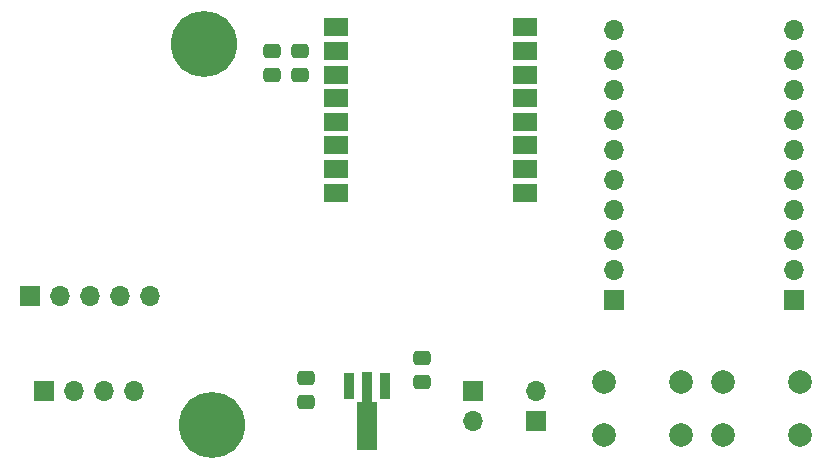
<source format=gbr>
%TF.GenerationSoftware,KiCad,Pcbnew,7.0.7*%
%TF.CreationDate,2023-09-24T09:01:41+02:00*%
%TF.ProjectId,transmitter_v0.1,7472616e-736d-4697-9474-65725f76302e,rev?*%
%TF.SameCoordinates,Original*%
%TF.FileFunction,Soldermask,Top*%
%TF.FilePolarity,Negative*%
%FSLAX46Y46*%
G04 Gerber Fmt 4.6, Leading zero omitted, Abs format (unit mm)*
G04 Created by KiCad (PCBNEW 7.0.7) date 2023-09-24 09:01:41*
%MOMM*%
%LPD*%
G01*
G04 APERTURE LIST*
G04 Aperture macros list*
%AMRoundRect*
0 Rectangle with rounded corners*
0 $1 Rounding radius*
0 $2 $3 $4 $5 $6 $7 $8 $9 X,Y pos of 4 corners*
0 Add a 4 corners polygon primitive as box body*
4,1,4,$2,$3,$4,$5,$6,$7,$8,$9,$2,$3,0*
0 Add four circle primitives for the rounded corners*
1,1,$1+$1,$2,$3*
1,1,$1+$1,$4,$5*
1,1,$1+$1,$6,$7*
1,1,$1+$1,$8,$9*
0 Add four rect primitives between the rounded corners*
20,1,$1+$1,$2,$3,$4,$5,0*
20,1,$1+$1,$4,$5,$6,$7,0*
20,1,$1+$1,$6,$7,$8,$9,0*
20,1,$1+$1,$8,$9,$2,$3,0*%
%AMFreePoly0*
4,1,9,5.362500,-0.866500,1.237500,-0.866500,1.237500,-0.450000,-1.237500,-0.450000,-1.237500,0.450000,1.237500,0.450000,1.237500,0.866500,5.362500,0.866500,5.362500,-0.866500,5.362500,-0.866500,$1*%
G04 Aperture macros list end*
%ADD10C,3.600000*%
%ADD11C,5.600000*%
%ADD12RoundRect,0.250000X0.475000X-0.337500X0.475000X0.337500X-0.475000X0.337500X-0.475000X-0.337500X0*%
%ADD13RoundRect,0.250000X-0.475000X0.337500X-0.475000X-0.337500X0.475000X-0.337500X0.475000X0.337500X0*%
%ADD14C,2.000000*%
%ADD15R,1.700000X1.700000*%
%ADD16O,1.700000X1.700000*%
%ADD17R,0.900000X2.300000*%
%ADD18FreePoly0,270.000000*%
%ADD19R,2.000000X1.500000*%
G04 APERTURE END LIST*
D10*
%TO.C,H2*%
X119000000Y-145000000D03*
D11*
X119000000Y-145000000D03*
%TD*%
D12*
%TO.C,C4*%
X126450000Y-115409800D03*
X126450000Y-113334800D03*
%TD*%
D13*
%TO.C,C1*%
X136753600Y-139344400D03*
X136753600Y-141419400D03*
%TD*%
D14*
%TO.C,SW2*%
X162250000Y-141350000D03*
X168750000Y-141350000D03*
X162250000Y-145850000D03*
X168750000Y-145850000D03*
%TD*%
D15*
%TO.C,J1*%
X168300000Y-134420000D03*
D16*
X168300000Y-131880000D03*
X168300000Y-129340000D03*
X168300000Y-126800000D03*
X168300000Y-124260000D03*
X168300000Y-121720000D03*
X168300000Y-119180000D03*
X168300000Y-116640000D03*
X168300000Y-114100000D03*
X168300000Y-111560000D03*
%TD*%
D10*
%TO.C,H1*%
X118300000Y-112750000D03*
D11*
X118300000Y-112750000D03*
%TD*%
D15*
%TO.C,J3*%
X103568000Y-134136800D03*
D16*
X106108000Y-134136800D03*
X108648000Y-134136800D03*
X111188000Y-134136800D03*
X113728000Y-134136800D03*
%TD*%
D12*
%TO.C,C3*%
X124100000Y-115422300D03*
X124100000Y-113347300D03*
%TD*%
D14*
%TO.C,SW1*%
X152200000Y-141350000D03*
X158700000Y-141350000D03*
X152200000Y-145850000D03*
X158700000Y-145850000D03*
%TD*%
D13*
%TO.C,C2*%
X126965000Y-141002500D03*
X126965000Y-143077500D03*
%TD*%
D15*
%TO.C,J6*%
X141122400Y-142184200D03*
D16*
X141122400Y-144724200D03*
%TD*%
D15*
%TO.C,J4*%
X104760000Y-142150000D03*
D16*
X107300000Y-142150000D03*
X109840000Y-142150000D03*
X112380000Y-142150000D03*
%TD*%
D15*
%TO.C,J2*%
X153060000Y-134420000D03*
D16*
X153060000Y-131880000D03*
X153060000Y-129340000D03*
X153060000Y-126800000D03*
X153060000Y-124260000D03*
X153060000Y-121720000D03*
X153060000Y-119180000D03*
X153060000Y-116640000D03*
X153060000Y-114100000D03*
X153060000Y-111560000D03*
%TD*%
D15*
%TO.C,J5*%
X146405600Y-144678400D03*
D16*
X146405600Y-142138400D03*
%TD*%
D17*
%TO.C,U2*%
X133615000Y-141740000D03*
D18*
X132115000Y-141827500D03*
D17*
X130615000Y-141740000D03*
%TD*%
D19*
%TO.C,U1*%
X129450000Y-111350000D03*
X129450000Y-113350000D03*
X129450000Y-115350000D03*
X129450000Y-117350000D03*
X129450000Y-119350000D03*
X129450000Y-121350000D03*
X129450000Y-123350000D03*
X129450000Y-125350000D03*
X145450000Y-125350000D03*
X145450000Y-123350000D03*
X145450000Y-121350000D03*
X145450000Y-119350000D03*
X145450000Y-117350000D03*
X145450000Y-115350000D03*
X145450000Y-113350000D03*
X145450000Y-111350000D03*
%TD*%
M02*

</source>
